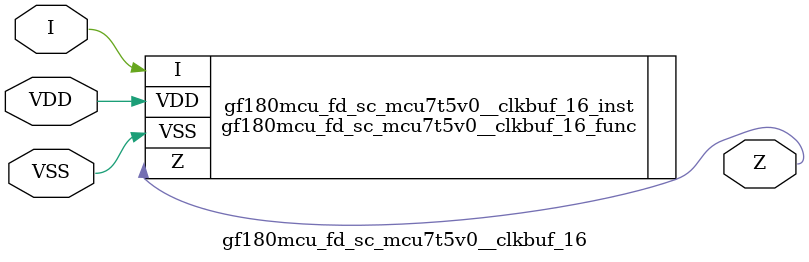
<source format=v>

module gf180mcu_fd_sc_mcu7t5v0__clkbuf_16( I, Z, VDD, VSS );
input I;
inout VDD, VSS;
output Z;

   `ifdef FUNCTIONAL  //  functional //

	gf180mcu_fd_sc_mcu7t5v0__clkbuf_16_func gf180mcu_fd_sc_mcu7t5v0__clkbuf_16_behav_inst(.I(I),.Z(Z),.VDD(VDD),.VSS(VSS));

   `else

	gf180mcu_fd_sc_mcu7t5v0__clkbuf_16_func gf180mcu_fd_sc_mcu7t5v0__clkbuf_16_inst(.I(I),.Z(Z),.VDD(VDD),.VSS(VSS));

	// spec_gates_begin


	// spec_gates_end



   specify

	// specify_block_begin

	// comb arc I --> Z
	 (I => Z) = (1.0,1.0);

	// specify_block_end

   endspecify

   `endif

endmodule

</source>
